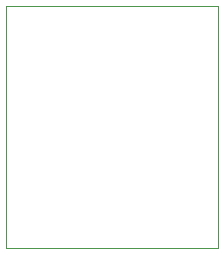
<source format=gbr>
G04 #@! TF.GenerationSoftware,KiCad,Pcbnew,8.0.1*
G04 #@! TF.CreationDate,2025-03-18T23:24:49-06:00*
G04 #@! TF.ProjectId,AlcoholSensor_Rev3,416c636f-686f-46c5-9365-6e736f725f52,rev?*
G04 #@! TF.SameCoordinates,Original*
G04 #@! TF.FileFunction,Profile,NP*
%FSLAX46Y46*%
G04 Gerber Fmt 4.6, Leading zero omitted, Abs format (unit mm)*
G04 Created by KiCad (PCBNEW 8.0.1) date 2025-03-18 23:24:49*
%MOMM*%
%LPD*%
G01*
G04 APERTURE LIST*
G04 #@! TA.AperFunction,Profile*
%ADD10C,0.050000*%
G04 #@! TD*
G04 APERTURE END LIST*
D10*
X171380000Y-68765000D02*
X189390000Y-68765000D01*
X189390000Y-89210000D01*
X171380000Y-89210000D01*
X171380000Y-68765000D01*
M02*

</source>
